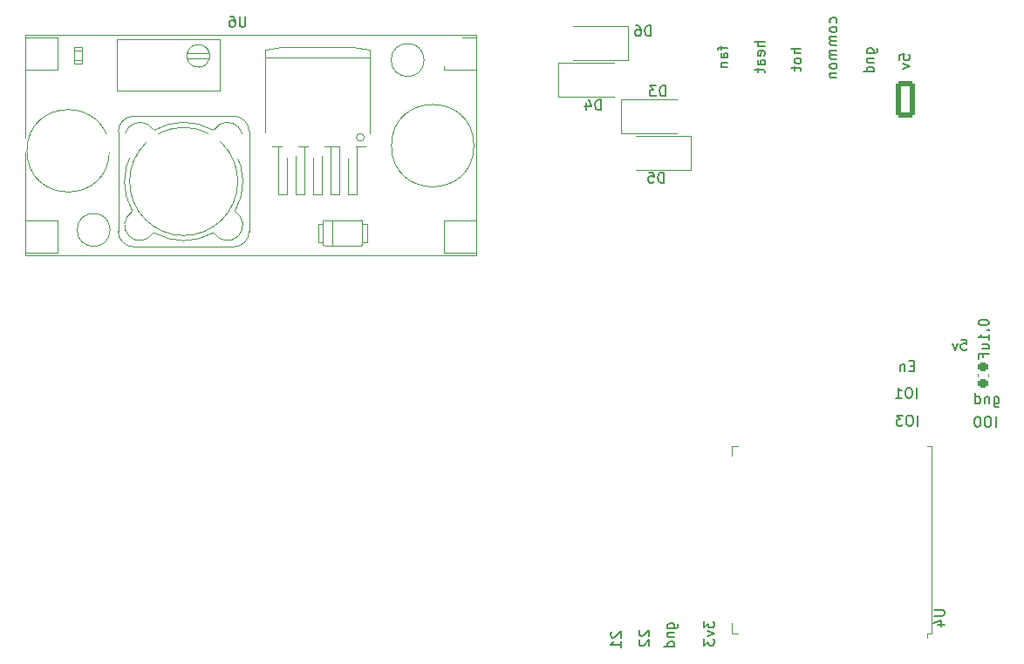
<source format=gbo>
%TF.GenerationSoftware,KiCad,Pcbnew,(6.0.0)*%
%TF.CreationDate,2022-03-13T19:16:45-04:00*%
%TF.ProjectId,esp23 i3 heat thermostat,65737032-3320-4693-9320-686561742074,rev?*%
%TF.SameCoordinates,Original*%
%TF.FileFunction,Legend,Bot*%
%TF.FilePolarity,Positive*%
%FSLAX46Y46*%
G04 Gerber Fmt 4.6, Leading zero omitted, Abs format (unit mm)*
G04 Created by KiCad (PCBNEW (6.0.0)) date 2022-03-13 19:16:45*
%MOMM*%
%LPD*%
G01*
G04 APERTURE LIST*
G04 Aperture macros list*
%AMRoundRect*
0 Rectangle with rounded corners*
0 $1 Rounding radius*
0 $2 $3 $4 $5 $6 $7 $8 $9 X,Y pos of 4 corners*
0 Add a 4 corners polygon primitive as box body*
4,1,4,$2,$3,$4,$5,$6,$7,$8,$9,$2,$3,0*
0 Add four circle primitives for the rounded corners*
1,1,$1+$1,$2,$3*
1,1,$1+$1,$4,$5*
1,1,$1+$1,$6,$7*
1,1,$1+$1,$8,$9*
0 Add four rect primitives between the rounded corners*
20,1,$1+$1,$2,$3,$4,$5,0*
20,1,$1+$1,$4,$5,$6,$7,0*
20,1,$1+$1,$6,$7,$8,$9,0*
20,1,$1+$1,$8,$9,$2,$3,0*%
G04 Aperture macros list end*
%ADD10C,0.150000*%
%ADD11C,0.120000*%
%ADD12R,1.700000X1.700000*%
%ADD13O,1.700000X1.700000*%
%ADD14R,1.524000X2.524000*%
%ADD15O,1.524000X2.524000*%
%ADD16RoundRect,0.250000X0.650000X1.550000X-0.650000X1.550000X-0.650000X-1.550000X0.650000X-1.550000X0*%
%ADD17O,1.800000X3.600000*%
%ADD18C,3.200000*%
%ADD19C,1.700000*%
%ADD20R,1.600000X1.600000*%
%ADD21O,1.600000X1.600000*%
%ADD22O,3.200000X3.200000*%
%ADD23R,1.800000X1.800000*%
%ADD24O,1.800000X1.800000*%
%ADD25C,1.600000*%
%ADD26R,2.500000X1.800000*%
%ADD27R,0.900000X2.000000*%
%ADD28R,2.000000X0.900000*%
%ADD29R,5.000000X5.000000*%
%ADD30R,2.540000X2.540000*%
%ADD31C,2.540000*%
%ADD32RoundRect,0.225000X-0.250000X0.225000X-0.250000X-0.225000X0.250000X-0.225000X0.250000X0.225000X0*%
G04 APERTURE END LIST*
D10*
X152025266Y-82427771D02*
X151691933Y-82427771D01*
X151549076Y-82951580D02*
X152025266Y-82951580D01*
X152025266Y-81951580D01*
X151549076Y-81951580D01*
X151120504Y-82284914D02*
X151120504Y-82951580D01*
X151120504Y-82380152D02*
X151072885Y-82332533D01*
X150977647Y-82284914D01*
X150834790Y-82284914D01*
X150739552Y-82332533D01*
X150691933Y-82427771D01*
X150691933Y-82951580D01*
X152282400Y-85542380D02*
X152282400Y-84542380D01*
X151615733Y-84542380D02*
X151425257Y-84542380D01*
X151330019Y-84590000D01*
X151234780Y-84685238D01*
X151187161Y-84875714D01*
X151187161Y-85209047D01*
X151234780Y-85399523D01*
X151330019Y-85494761D01*
X151425257Y-85542380D01*
X151615733Y-85542380D01*
X151710971Y-85494761D01*
X151806209Y-85399523D01*
X151853828Y-85209047D01*
X151853828Y-84875714D01*
X151806209Y-84685238D01*
X151710971Y-84590000D01*
X151615733Y-84542380D01*
X150234780Y-85542380D02*
X150806209Y-85542380D01*
X150520495Y-85542380D02*
X150520495Y-84542380D01*
X150615733Y-84685238D01*
X150710971Y-84780476D01*
X150806209Y-84828095D01*
X152358600Y-88234780D02*
X152358600Y-87234780D01*
X151691933Y-87234780D02*
X151501457Y-87234780D01*
X151406219Y-87282400D01*
X151310980Y-87377638D01*
X151263361Y-87568114D01*
X151263361Y-87901447D01*
X151310980Y-88091923D01*
X151406219Y-88187161D01*
X151501457Y-88234780D01*
X151691933Y-88234780D01*
X151787171Y-88187161D01*
X151882409Y-88091923D01*
X151930028Y-87901447D01*
X151930028Y-87568114D01*
X151882409Y-87377638D01*
X151787171Y-87282400D01*
X151691933Y-87234780D01*
X150930028Y-87234780D02*
X150310980Y-87234780D01*
X150644314Y-87615733D01*
X150501457Y-87615733D01*
X150406219Y-87663352D01*
X150358600Y-87710971D01*
X150310980Y-87806209D01*
X150310980Y-88044304D01*
X150358600Y-88139542D01*
X150406219Y-88187161D01*
X150501457Y-88234780D01*
X150787171Y-88234780D01*
X150882409Y-88187161D01*
X150930028Y-88139542D01*
X159953200Y-88361780D02*
X159953200Y-87361780D01*
X159286533Y-87361780D02*
X159096057Y-87361780D01*
X159000819Y-87409400D01*
X158905580Y-87504638D01*
X158857961Y-87695114D01*
X158857961Y-88028447D01*
X158905580Y-88218923D01*
X159000819Y-88314161D01*
X159096057Y-88361780D01*
X159286533Y-88361780D01*
X159381771Y-88314161D01*
X159477009Y-88218923D01*
X159524628Y-88028447D01*
X159524628Y-87695114D01*
X159477009Y-87504638D01*
X159381771Y-87409400D01*
X159286533Y-87361780D01*
X158238914Y-87361780D02*
X158143676Y-87361780D01*
X158048438Y-87409400D01*
X158000819Y-87457019D01*
X157953200Y-87552257D01*
X157905580Y-87742733D01*
X157905580Y-87980828D01*
X157953200Y-88171304D01*
X158000819Y-88266542D01*
X158048438Y-88314161D01*
X158143676Y-88361780D01*
X158238914Y-88361780D01*
X158334152Y-88314161D01*
X158381771Y-88266542D01*
X158429390Y-88171304D01*
X158477009Y-87980828D01*
X158477009Y-87742733D01*
X158429390Y-87552257D01*
X158381771Y-87457019D01*
X158334152Y-87409400D01*
X158238914Y-87361780D01*
X159796076Y-85434514D02*
X159796076Y-86244038D01*
X159843695Y-86339276D01*
X159891314Y-86386895D01*
X159986552Y-86434514D01*
X160129409Y-86434514D01*
X160224647Y-86386895D01*
X159796076Y-86053561D02*
X159891314Y-86101180D01*
X160081790Y-86101180D01*
X160177028Y-86053561D01*
X160224647Y-86005942D01*
X160272266Y-85910704D01*
X160272266Y-85624990D01*
X160224647Y-85529752D01*
X160177028Y-85482133D01*
X160081790Y-85434514D01*
X159891314Y-85434514D01*
X159796076Y-85482133D01*
X159319885Y-85434514D02*
X159319885Y-86101180D01*
X159319885Y-85529752D02*
X159272266Y-85482133D01*
X159177028Y-85434514D01*
X159034171Y-85434514D01*
X158938933Y-85482133D01*
X158891314Y-85577371D01*
X158891314Y-86101180D01*
X157986552Y-86101180D02*
X157986552Y-85101180D01*
X157986552Y-86053561D02*
X158081790Y-86101180D01*
X158272266Y-86101180D01*
X158367504Y-86053561D01*
X158415123Y-86005942D01*
X158462742Y-85910704D01*
X158462742Y-85624990D01*
X158415123Y-85529752D01*
X158367504Y-85482133D01*
X158272266Y-85434514D01*
X158081790Y-85434514D01*
X157986552Y-85482133D01*
X156606857Y-79868780D02*
X157083047Y-79868780D01*
X157130666Y-80344971D01*
X157083047Y-80297352D01*
X156987809Y-80249733D01*
X156749714Y-80249733D01*
X156654476Y-80297352D01*
X156606857Y-80344971D01*
X156559238Y-80440209D01*
X156559238Y-80678304D01*
X156606857Y-80773542D01*
X156654476Y-80821161D01*
X156749714Y-80868780D01*
X156987809Y-80868780D01*
X157083047Y-80821161D01*
X157130666Y-80773542D01*
X156225904Y-80202114D02*
X155987809Y-80868780D01*
X155749714Y-80202114D01*
X150607780Y-52689142D02*
X150607780Y-52212952D01*
X151083971Y-52165333D01*
X151036352Y-52212952D01*
X150988733Y-52308190D01*
X150988733Y-52546285D01*
X151036352Y-52641523D01*
X151083971Y-52689142D01*
X151179209Y-52736761D01*
X151417304Y-52736761D01*
X151512542Y-52689142D01*
X151560161Y-52641523D01*
X151607780Y-52546285D01*
X151607780Y-52308190D01*
X151560161Y-52212952D01*
X151512542Y-52165333D01*
X150941114Y-53070095D02*
X151607780Y-53308190D01*
X150941114Y-53546285D01*
X147435914Y-52039923D02*
X148245438Y-52039923D01*
X148340676Y-51992304D01*
X148388295Y-51944685D01*
X148435914Y-51849447D01*
X148435914Y-51706590D01*
X148388295Y-51611352D01*
X148054961Y-52039923D02*
X148102580Y-51944685D01*
X148102580Y-51754209D01*
X148054961Y-51658971D01*
X148007342Y-51611352D01*
X147912104Y-51563733D01*
X147626390Y-51563733D01*
X147531152Y-51611352D01*
X147483533Y-51658971D01*
X147435914Y-51754209D01*
X147435914Y-51944685D01*
X147483533Y-52039923D01*
X147435914Y-52516114D02*
X148102580Y-52516114D01*
X147531152Y-52516114D02*
X147483533Y-52563733D01*
X147435914Y-52658971D01*
X147435914Y-52801828D01*
X147483533Y-52897066D01*
X147578771Y-52944685D01*
X148102580Y-52944685D01*
X148102580Y-53849447D02*
X147102580Y-53849447D01*
X148054961Y-53849447D02*
X148102580Y-53754209D01*
X148102580Y-53563733D01*
X148054961Y-53468495D01*
X148007342Y-53420876D01*
X147912104Y-53373257D01*
X147626390Y-53373257D01*
X147531152Y-53420876D01*
X147483533Y-53468495D01*
X147435914Y-53563733D01*
X147435914Y-53754209D01*
X147483533Y-53849447D01*
X144473561Y-49084219D02*
X144521180Y-48988980D01*
X144521180Y-48798504D01*
X144473561Y-48703266D01*
X144425942Y-48655647D01*
X144330704Y-48608028D01*
X144044990Y-48608028D01*
X143949752Y-48655647D01*
X143902133Y-48703266D01*
X143854514Y-48798504D01*
X143854514Y-48988980D01*
X143902133Y-49084219D01*
X144521180Y-49655647D02*
X144473561Y-49560409D01*
X144425942Y-49512790D01*
X144330704Y-49465171D01*
X144044990Y-49465171D01*
X143949752Y-49512790D01*
X143902133Y-49560409D01*
X143854514Y-49655647D01*
X143854514Y-49798504D01*
X143902133Y-49893742D01*
X143949752Y-49941361D01*
X144044990Y-49988980D01*
X144330704Y-49988980D01*
X144425942Y-49941361D01*
X144473561Y-49893742D01*
X144521180Y-49798504D01*
X144521180Y-49655647D01*
X144521180Y-50417552D02*
X143854514Y-50417552D01*
X143949752Y-50417552D02*
X143902133Y-50465171D01*
X143854514Y-50560409D01*
X143854514Y-50703266D01*
X143902133Y-50798504D01*
X143997371Y-50846123D01*
X144521180Y-50846123D01*
X143997371Y-50846123D02*
X143902133Y-50893742D01*
X143854514Y-50988980D01*
X143854514Y-51131838D01*
X143902133Y-51227076D01*
X143997371Y-51274695D01*
X144521180Y-51274695D01*
X144521180Y-51750885D02*
X143854514Y-51750885D01*
X143949752Y-51750885D02*
X143902133Y-51798504D01*
X143854514Y-51893742D01*
X143854514Y-52036600D01*
X143902133Y-52131838D01*
X143997371Y-52179457D01*
X144521180Y-52179457D01*
X143997371Y-52179457D02*
X143902133Y-52227076D01*
X143854514Y-52322314D01*
X143854514Y-52465171D01*
X143902133Y-52560409D01*
X143997371Y-52608028D01*
X144521180Y-52608028D01*
X144521180Y-53227076D02*
X144473561Y-53131838D01*
X144425942Y-53084219D01*
X144330704Y-53036600D01*
X144044990Y-53036600D01*
X143949752Y-53084219D01*
X143902133Y-53131838D01*
X143854514Y-53227076D01*
X143854514Y-53369933D01*
X143902133Y-53465171D01*
X143949752Y-53512790D01*
X144044990Y-53560409D01*
X144330704Y-53560409D01*
X144425942Y-53512790D01*
X144473561Y-53465171D01*
X144521180Y-53369933D01*
X144521180Y-53227076D01*
X143854514Y-53988980D02*
X144521180Y-53988980D01*
X143949752Y-53988980D02*
X143902133Y-54036600D01*
X143854514Y-54131838D01*
X143854514Y-54274695D01*
X143902133Y-54369933D01*
X143997371Y-54417552D01*
X144521180Y-54417552D01*
X141066780Y-51651019D02*
X140066780Y-51651019D01*
X141066780Y-52079590D02*
X140542971Y-52079590D01*
X140447733Y-52031971D01*
X140400114Y-51936733D01*
X140400114Y-51793876D01*
X140447733Y-51698638D01*
X140495352Y-51651019D01*
X141066780Y-52698638D02*
X141019161Y-52603400D01*
X140971542Y-52555780D01*
X140876304Y-52508161D01*
X140590590Y-52508161D01*
X140495352Y-52555780D01*
X140447733Y-52603400D01*
X140400114Y-52698638D01*
X140400114Y-52841495D01*
X140447733Y-52936733D01*
X140495352Y-52984352D01*
X140590590Y-53031971D01*
X140876304Y-53031971D01*
X140971542Y-52984352D01*
X141019161Y-52936733D01*
X141066780Y-52841495D01*
X141066780Y-52698638D01*
X140400114Y-53317685D02*
X140400114Y-53698638D01*
X140066780Y-53460542D02*
X140923923Y-53460542D01*
X141019161Y-53508161D01*
X141066780Y-53603400D01*
X141066780Y-53698638D01*
X137536180Y-50968447D02*
X136536180Y-50968447D01*
X137536180Y-51397019D02*
X137012371Y-51397019D01*
X136917133Y-51349400D01*
X136869514Y-51254161D01*
X136869514Y-51111304D01*
X136917133Y-51016066D01*
X136964752Y-50968447D01*
X137488561Y-52254161D02*
X137536180Y-52158923D01*
X137536180Y-51968447D01*
X137488561Y-51873209D01*
X137393323Y-51825590D01*
X137012371Y-51825590D01*
X136917133Y-51873209D01*
X136869514Y-51968447D01*
X136869514Y-52158923D01*
X136917133Y-52254161D01*
X137012371Y-52301780D01*
X137107609Y-52301780D01*
X137202847Y-51825590D01*
X137536180Y-53158923D02*
X137012371Y-53158923D01*
X136917133Y-53111304D01*
X136869514Y-53016066D01*
X136869514Y-52825590D01*
X136917133Y-52730352D01*
X137488561Y-53158923D02*
X137536180Y-53063685D01*
X137536180Y-52825590D01*
X137488561Y-52730352D01*
X137393323Y-52682733D01*
X137298085Y-52682733D01*
X137202847Y-52730352D01*
X137155228Y-52825590D01*
X137155228Y-53063685D01*
X137107609Y-53158923D01*
X136869514Y-53492257D02*
X136869514Y-53873209D01*
X136536180Y-53635114D02*
X137393323Y-53635114D01*
X137488561Y-53682733D01*
X137536180Y-53777971D01*
X137536180Y-53873209D01*
X133288114Y-51355761D02*
X133288114Y-51736714D01*
X133954780Y-51498619D02*
X133097638Y-51498619D01*
X133002400Y-51546238D01*
X132954780Y-51641476D01*
X132954780Y-51736714D01*
X133954780Y-52498619D02*
X133430971Y-52498619D01*
X133335733Y-52451000D01*
X133288114Y-52355761D01*
X133288114Y-52165285D01*
X133335733Y-52070047D01*
X133907161Y-52498619D02*
X133954780Y-52403380D01*
X133954780Y-52165285D01*
X133907161Y-52070047D01*
X133811923Y-52022428D01*
X133716685Y-52022428D01*
X133621447Y-52070047D01*
X133573828Y-52165285D01*
X133573828Y-52403380D01*
X133526209Y-52498619D01*
X133288114Y-52974809D02*
X133954780Y-52974809D01*
X133383352Y-52974809D02*
X133335733Y-53022428D01*
X133288114Y-53117666D01*
X133288114Y-53260523D01*
X133335733Y-53355761D01*
X133430971Y-53403380D01*
X133954780Y-53403380D01*
X122661419Y-108254895D02*
X122613800Y-108302514D01*
X122566180Y-108397752D01*
X122566180Y-108635847D01*
X122613800Y-108731085D01*
X122661419Y-108778704D01*
X122756657Y-108826323D01*
X122851895Y-108826323D01*
X122994752Y-108778704D01*
X123566180Y-108207276D01*
X123566180Y-108826323D01*
X123566180Y-109778704D02*
X123566180Y-109207276D01*
X123566180Y-109492990D02*
X122566180Y-109492990D01*
X122709038Y-109397752D01*
X122804276Y-109302514D01*
X122851895Y-109207276D01*
X125430019Y-108102495D02*
X125382400Y-108150114D01*
X125334780Y-108245352D01*
X125334780Y-108483447D01*
X125382400Y-108578685D01*
X125430019Y-108626304D01*
X125525257Y-108673923D01*
X125620495Y-108673923D01*
X125763352Y-108626304D01*
X126334780Y-108054876D01*
X126334780Y-108673923D01*
X125430019Y-109054876D02*
X125382400Y-109102495D01*
X125334780Y-109197733D01*
X125334780Y-109435828D01*
X125382400Y-109531066D01*
X125430019Y-109578685D01*
X125525257Y-109626304D01*
X125620495Y-109626304D01*
X125763352Y-109578685D01*
X126334780Y-109007257D01*
X126334780Y-109626304D01*
X128106514Y-107894523D02*
X128916038Y-107894523D01*
X129011276Y-107846904D01*
X129058895Y-107799285D01*
X129106514Y-107704047D01*
X129106514Y-107561190D01*
X129058895Y-107465952D01*
X128725561Y-107894523D02*
X128773180Y-107799285D01*
X128773180Y-107608809D01*
X128725561Y-107513571D01*
X128677942Y-107465952D01*
X128582704Y-107418333D01*
X128296990Y-107418333D01*
X128201752Y-107465952D01*
X128154133Y-107513571D01*
X128106514Y-107608809D01*
X128106514Y-107799285D01*
X128154133Y-107894523D01*
X128106514Y-108370714D02*
X128773180Y-108370714D01*
X128201752Y-108370714D02*
X128154133Y-108418333D01*
X128106514Y-108513571D01*
X128106514Y-108656428D01*
X128154133Y-108751666D01*
X128249371Y-108799285D01*
X128773180Y-108799285D01*
X128773180Y-109704047D02*
X127773180Y-109704047D01*
X128725561Y-109704047D02*
X128773180Y-109608809D01*
X128773180Y-109418333D01*
X128725561Y-109323095D01*
X128677942Y-109275476D01*
X128582704Y-109227857D01*
X128296990Y-109227857D01*
X128201752Y-109275476D01*
X128154133Y-109323095D01*
X128106514Y-109418333D01*
X128106514Y-109608809D01*
X128154133Y-109704047D01*
X131633980Y-107242123D02*
X131633980Y-107861171D01*
X132014933Y-107527838D01*
X132014933Y-107670695D01*
X132062552Y-107765933D01*
X132110171Y-107813552D01*
X132205409Y-107861171D01*
X132443504Y-107861171D01*
X132538742Y-107813552D01*
X132586361Y-107765933D01*
X132633980Y-107670695D01*
X132633980Y-107384980D01*
X132586361Y-107289742D01*
X132538742Y-107242123D01*
X131967314Y-108194504D02*
X132633980Y-108432600D01*
X131967314Y-108670695D01*
X131633980Y-108956409D02*
X131633980Y-109575457D01*
X132014933Y-109242123D01*
X132014933Y-109384980D01*
X132062552Y-109480219D01*
X132110171Y-109527838D01*
X132205409Y-109575457D01*
X132443504Y-109575457D01*
X132538742Y-109527838D01*
X132586361Y-109480219D01*
X132633980Y-109384980D01*
X132633980Y-109099266D01*
X132586361Y-109004028D01*
X132538742Y-108956409D01*
%TO.C,D3*%
X127890495Y-56205380D02*
X127890495Y-55205380D01*
X127652400Y-55205380D01*
X127509542Y-55253000D01*
X127414304Y-55348238D01*
X127366685Y-55443476D01*
X127319066Y-55633952D01*
X127319066Y-55776809D01*
X127366685Y-55967285D01*
X127414304Y-56062523D01*
X127509542Y-56157761D01*
X127652400Y-56205380D01*
X127890495Y-56205380D01*
X126985733Y-55205380D02*
X126366685Y-55205380D01*
X126700019Y-55586333D01*
X126557161Y-55586333D01*
X126461923Y-55633952D01*
X126414304Y-55681571D01*
X126366685Y-55776809D01*
X126366685Y-56014904D01*
X126414304Y-56110142D01*
X126461923Y-56157761D01*
X126557161Y-56205380D01*
X126842876Y-56205380D01*
X126938114Y-56157761D01*
X126985733Y-56110142D01*
%TO.C,D6*%
X126468095Y-50363380D02*
X126468095Y-49363380D01*
X126230000Y-49363380D01*
X126087142Y-49411000D01*
X125991904Y-49506238D01*
X125944285Y-49601476D01*
X125896666Y-49791952D01*
X125896666Y-49934809D01*
X125944285Y-50125285D01*
X125991904Y-50220523D01*
X126087142Y-50315761D01*
X126230000Y-50363380D01*
X126468095Y-50363380D01*
X125039523Y-49363380D02*
X125230000Y-49363380D01*
X125325238Y-49411000D01*
X125372857Y-49458619D01*
X125468095Y-49601476D01*
X125515714Y-49791952D01*
X125515714Y-50172904D01*
X125468095Y-50268142D01*
X125420476Y-50315761D01*
X125325238Y-50363380D01*
X125134761Y-50363380D01*
X125039523Y-50315761D01*
X124991904Y-50268142D01*
X124944285Y-50172904D01*
X124944285Y-49934809D01*
X124991904Y-49839571D01*
X125039523Y-49791952D01*
X125134761Y-49744333D01*
X125325238Y-49744333D01*
X125420476Y-49791952D01*
X125468095Y-49839571D01*
X125515714Y-49934809D01*
%TO.C,D5*%
X127738095Y-64612780D02*
X127738095Y-63612780D01*
X127500000Y-63612780D01*
X127357142Y-63660400D01*
X127261904Y-63755638D01*
X127214285Y-63850876D01*
X127166666Y-64041352D01*
X127166666Y-64184209D01*
X127214285Y-64374685D01*
X127261904Y-64469923D01*
X127357142Y-64565161D01*
X127500000Y-64612780D01*
X127738095Y-64612780D01*
X126261904Y-63612780D02*
X126738095Y-63612780D01*
X126785714Y-64088971D01*
X126738095Y-64041352D01*
X126642857Y-63993733D01*
X126404761Y-63993733D01*
X126309523Y-64041352D01*
X126261904Y-64088971D01*
X126214285Y-64184209D01*
X126214285Y-64422304D01*
X126261904Y-64517542D01*
X126309523Y-64565161D01*
X126404761Y-64612780D01*
X126642857Y-64612780D01*
X126738095Y-64565161D01*
X126785714Y-64517542D01*
%TO.C,U4*%
X153970380Y-106132095D02*
X154779904Y-106132095D01*
X154875142Y-106179714D01*
X154922761Y-106227333D01*
X154970380Y-106322571D01*
X154970380Y-106513047D01*
X154922761Y-106608285D01*
X154875142Y-106655904D01*
X154779904Y-106703523D01*
X153970380Y-106703523D01*
X154303714Y-107608285D02*
X154970380Y-107608285D01*
X153922761Y-107370190D02*
X154637047Y-107132095D01*
X154637047Y-107751142D01*
%TO.C,D4*%
X121642095Y-57562380D02*
X121642095Y-56562380D01*
X121404000Y-56562380D01*
X121261142Y-56610000D01*
X121165904Y-56705238D01*
X121118285Y-56800476D01*
X121070666Y-56990952D01*
X121070666Y-57133809D01*
X121118285Y-57324285D01*
X121165904Y-57419523D01*
X121261142Y-57514761D01*
X121404000Y-57562380D01*
X121642095Y-57562380D01*
X120213523Y-56895714D02*
X120213523Y-57562380D01*
X120451619Y-56514761D02*
X120689714Y-57229047D01*
X120070666Y-57229047D01*
%TO.C,U6*%
X87121904Y-48474380D02*
X87121904Y-49283904D01*
X87074285Y-49379142D01*
X87026666Y-49426761D01*
X86931428Y-49474380D01*
X86740952Y-49474380D01*
X86645714Y-49426761D01*
X86598095Y-49379142D01*
X86550476Y-49283904D01*
X86550476Y-48474380D01*
X85645714Y-48474380D02*
X85836190Y-48474380D01*
X85931428Y-48522000D01*
X85979047Y-48569619D01*
X86074285Y-48712476D01*
X86121904Y-48902952D01*
X86121904Y-49283904D01*
X86074285Y-49379142D01*
X86026666Y-49426761D01*
X85931428Y-49474380D01*
X85740952Y-49474380D01*
X85645714Y-49426761D01*
X85598095Y-49379142D01*
X85550476Y-49283904D01*
X85550476Y-49045809D01*
X85598095Y-48950571D01*
X85645714Y-48902952D01*
X85740952Y-48855333D01*
X85931428Y-48855333D01*
X86026666Y-48902952D01*
X86074285Y-48950571D01*
X86121904Y-49045809D01*
%TO.C,C7*%
X158278580Y-78163942D02*
X158278580Y-78259180D01*
X158326200Y-78354419D01*
X158373819Y-78402038D01*
X158469057Y-78449657D01*
X158659533Y-78497276D01*
X158897628Y-78497276D01*
X159088104Y-78449657D01*
X159183342Y-78402038D01*
X159230961Y-78354419D01*
X159278580Y-78259180D01*
X159278580Y-78163942D01*
X159230961Y-78068704D01*
X159183342Y-78021085D01*
X159088104Y-77973466D01*
X158897628Y-77925847D01*
X158659533Y-77925847D01*
X158469057Y-77973466D01*
X158373819Y-78021085D01*
X158326200Y-78068704D01*
X158278580Y-78163942D01*
X159183342Y-78925847D02*
X159230961Y-78973466D01*
X159278580Y-78925847D01*
X159230961Y-78878228D01*
X159183342Y-78925847D01*
X159278580Y-78925847D01*
X159278580Y-79925847D02*
X159278580Y-79354419D01*
X159278580Y-79640133D02*
X158278580Y-79640133D01*
X158421438Y-79544895D01*
X158516676Y-79449657D01*
X158564295Y-79354419D01*
X158611914Y-80782990D02*
X159278580Y-80782990D01*
X158611914Y-80354419D02*
X159135723Y-80354419D01*
X159230961Y-80402038D01*
X159278580Y-80497276D01*
X159278580Y-80640133D01*
X159230961Y-80735371D01*
X159183342Y-80782990D01*
X158754771Y-81592514D02*
X158754771Y-81259180D01*
X159278580Y-81259180D02*
X158278580Y-81259180D01*
X158278580Y-81735371D01*
D11*
%TO.C,D3*%
X123600000Y-56516000D02*
X129000000Y-56516000D01*
X123600000Y-59816000D02*
X129000000Y-59816000D01*
X123600000Y-59816000D02*
X123600000Y-56516000D01*
%TO.C,D6*%
X124304000Y-49404000D02*
X124304000Y-52704000D01*
X124304000Y-52704000D02*
X118904000Y-52704000D01*
X124304000Y-49404000D02*
X118904000Y-49404000D01*
%TO.C,D5*%
X130400000Y-60072000D02*
X130400000Y-63372000D01*
X130400000Y-63372000D02*
X125000000Y-63372000D01*
X130400000Y-60072000D02*
X125000000Y-60072000D01*
%TO.C,U4*%
X134298000Y-108434000D02*
X134298000Y-107434000D01*
X153738000Y-90194000D02*
X153318000Y-90194000D01*
X134918000Y-90194000D02*
X134298000Y-90194000D01*
X153738000Y-108434000D02*
X153738000Y-90194000D01*
X153318000Y-108434000D02*
X153318000Y-108814000D01*
X153738000Y-108434000D02*
X153318000Y-108434000D01*
X134298000Y-90194000D02*
X134298000Y-91194000D01*
X134918000Y-108434000D02*
X134298000Y-108434000D01*
%TO.C,D4*%
X117504000Y-56260000D02*
X122904000Y-56260000D01*
X117504000Y-56260000D02*
X117504000Y-52960000D01*
X117504000Y-52960000D02*
X122904000Y-52960000D01*
%TO.C,U6*%
X83601406Y-52077294D02*
X83625853Y-52072062D01*
X109500000Y-68270000D02*
X106370000Y-68270000D01*
X81510986Y-52052295D02*
X83589447Y-52052295D01*
X98468364Y-70653217D02*
X98468364Y-68353217D01*
X70501319Y-51450296D02*
X71301319Y-51450296D01*
X109500000Y-53645000D02*
X106370000Y-53650000D01*
X68890000Y-53650000D02*
X68890000Y-50490000D01*
X83601406Y-52077294D02*
X83589447Y-52052295D01*
X95538642Y-68353217D02*
X95538642Y-70653217D01*
X95399767Y-65766670D02*
X95399767Y-61136670D01*
X91139767Y-65766670D02*
X91139767Y-61136670D01*
X76091022Y-50701295D02*
X76135894Y-50701295D01*
X91999767Y-65766670D02*
X91999767Y-61136670D01*
X106370000Y-53340000D02*
X106370000Y-53650000D01*
X65755000Y-71685000D02*
X65755000Y-50235000D01*
X94218364Y-70378217D02*
X94668364Y-70378217D01*
X92839767Y-65766670D02*
X91999767Y-65766670D01*
X89117330Y-61136670D02*
X89039767Y-61059106D01*
X74700217Y-55702294D02*
X84600217Y-55702294D01*
X76282603Y-58155796D02*
X85982603Y-58155796D01*
X70501319Y-53050295D02*
X71301319Y-53050295D01*
X83589447Y-52552294D02*
X81510986Y-52552294D01*
X99199767Y-61059106D02*
X99199767Y-51707610D01*
X94768364Y-70753217D02*
X98368364Y-70753217D01*
X109500000Y-71430000D02*
X106370000Y-71430000D01*
X109505000Y-71685000D02*
X65755000Y-71685000D01*
X99199767Y-51707610D02*
X97549767Y-51416671D01*
X97099767Y-65766670D02*
X97099767Y-61136670D01*
X68890000Y-68270000D02*
X65775000Y-68270000D01*
X83613615Y-52020900D02*
X83589447Y-52052295D01*
X76007688Y-50701295D02*
X76041643Y-50701295D01*
X98918364Y-70378217D02*
X98918364Y-68628217D01*
X96239767Y-65766670D02*
X96239767Y-61136670D01*
X83601406Y-52077294D02*
X83594236Y-52046075D01*
X90689767Y-51416671D02*
X89039767Y-51707610D01*
X74650217Y-50752295D02*
X74650217Y-55652294D01*
X109500000Y-50490000D02*
X108200000Y-50490000D01*
X68890000Y-71430000D02*
X68890000Y-68270000D01*
X87482603Y-59655796D02*
X87482603Y-69355796D01*
X70501319Y-52730295D02*
X71301319Y-52730295D01*
X97549767Y-51416671D02*
X90689767Y-51416671D01*
X94667364Y-68864696D02*
X94667364Y-68770144D01*
X91139767Y-65766670D02*
X90299767Y-65766670D01*
X90299767Y-65766670D02*
X90299767Y-61136670D01*
X94668364Y-68353217D02*
X94668364Y-70653217D01*
X99200767Y-53074149D02*
X99200767Y-53235687D01*
X84600217Y-50702295D02*
X74700217Y-50702295D01*
X99199767Y-61059106D02*
X99122203Y-61136670D01*
X89039767Y-61059106D02*
X89039767Y-51707610D01*
X106370000Y-68270000D02*
X106370000Y-71430000D01*
X94668364Y-68628217D02*
X94218364Y-68628217D01*
X99122203Y-61136670D02*
X89117330Y-61136670D01*
X96239767Y-65766670D02*
X95399767Y-65766670D01*
X84650217Y-55652294D02*
X84650217Y-50752295D01*
X98468364Y-70378217D02*
X98918364Y-70378217D01*
X68890000Y-50490000D02*
X65775000Y-50490000D01*
X65755000Y-50235000D02*
X109505000Y-50235000D01*
X98918364Y-68628217D02*
X98468364Y-68628217D01*
X93699767Y-65766670D02*
X93699767Y-61136670D01*
X71301319Y-51770296D02*
X70501319Y-51770296D01*
X94539767Y-65766670D02*
X94539767Y-61136670D01*
X68890000Y-53650000D02*
X65730000Y-53650000D01*
X92839767Y-65766670D02*
X92839767Y-61136670D01*
X94539767Y-65766670D02*
X93699767Y-65766670D01*
X97939767Y-65766670D02*
X97099767Y-65766670D01*
X70501319Y-51450296D02*
X70501319Y-53050295D01*
X74782603Y-69355796D02*
X74782603Y-59655796D01*
X68890000Y-71430000D02*
X65775000Y-71430000D01*
X71301319Y-53050295D02*
X71301319Y-51450296D01*
X97939767Y-65766670D02*
X97939767Y-61136670D01*
X85982603Y-70855796D02*
X76282603Y-70855796D01*
X89039767Y-52496670D02*
X99199767Y-52496670D01*
X98368364Y-68253217D02*
X94768364Y-68253217D01*
X109505000Y-50235000D02*
X109505000Y-71685000D01*
X94218364Y-68628217D02*
X94218364Y-70378217D01*
X83968217Y-59503617D02*
G75*
G03*
X84102389Y-59469531I49315J86994D01*
G01*
X78162817Y-59469531D02*
G75*
G03*
X78296989Y-59503617I84857J52908D01*
G01*
X87482603Y-59655796D02*
G75*
G03*
X85982603Y-58155796I-1500001J-1D01*
G01*
X83625852Y-52532527D02*
G75*
G03*
X83613615Y-52583690I-1075637J230222D01*
G01*
X76130424Y-61670184D02*
G75*
G03*
X76096338Y-61536011I-86994J49316D01*
G01*
X78296989Y-69507976D02*
G75*
G03*
X83968217Y-69507976I2835614J5002180D01*
G01*
X84102389Y-69542062D02*
G75*
G03*
X83968217Y-69507976I-84857J-52908D01*
G01*
X86134782Y-67341410D02*
G75*
G03*
X86134782Y-61670183I-5002178J2835613D01*
G01*
X84650217Y-50752295D02*
G75*
G03*
X84600217Y-50702295I-50001J-1D01*
G01*
X76096338Y-67475582D02*
G75*
G03*
X78162817Y-69542062I793624J-1272856D01*
G01*
X98368364Y-70753217D02*
G75*
G03*
X98468364Y-70653217I1J99999D01*
G01*
X86168868Y-61536011D02*
G75*
G03*
X84102389Y-59469531I-793624J1272856D01*
G01*
X78162817Y-59469531D02*
G75*
G03*
X76096338Y-61536011I-1272856J-793624D01*
G01*
X74650217Y-55652294D02*
G75*
G03*
X74700217Y-55702294I50001J1D01*
G01*
X94768364Y-68253217D02*
G75*
G03*
X94668364Y-68353217I-1J-99999D01*
G01*
X94668364Y-70653217D02*
G75*
G03*
X94768364Y-70753217I99999J-1D01*
G01*
X86168869Y-61536010D02*
G75*
G03*
X86134782Y-61670183I52907J-84858D01*
G01*
X84102389Y-69542062D02*
G75*
G03*
X86168868Y-67475582I1272856J793624D01*
G01*
X78296989Y-69507976D02*
G75*
G03*
X78162817Y-69542062I-49315J-86994D01*
G01*
X98468364Y-68353217D02*
G75*
G03*
X98368364Y-68253217I-99999J1D01*
G01*
X84600217Y-55702294D02*
G75*
G03*
X84650217Y-55652294I-1J50001D01*
G01*
X85982603Y-70855796D02*
G75*
G03*
X87482603Y-69355796I-1J1500001D01*
G01*
X86134782Y-67341409D02*
G75*
G03*
X86168868Y-67475582I86994J-49316D01*
G01*
X76282603Y-58155796D02*
G75*
G03*
X74782603Y-59655796I1J-1500001D01*
G01*
X76096337Y-67475583D02*
G75*
G03*
X76130424Y-67341410I-52907J84858D01*
G01*
X74782603Y-69355796D02*
G75*
G03*
X76282603Y-70855796I1500001J1D01*
G01*
X76130424Y-61670183D02*
G75*
G03*
X76130424Y-67341410I5002178J-2835614D01*
G01*
X83968216Y-59503617D02*
G75*
G03*
X78296989Y-59503617I-2835614J-5002178D01*
G01*
X74700217Y-50702295D02*
G75*
G03*
X74650217Y-50752295I1J-50001D01*
G01*
X104468999Y-52705000D02*
G75*
G03*
X104468999Y-52705000I-1598999J0D01*
G01*
X98651821Y-60224594D02*
G75*
G03*
X98651821Y-60224594I-375000J0D01*
G01*
X73920693Y-61525206D02*
G75*
G03*
X73920693Y-61525206I-4000000J0D01*
G01*
X73989000Y-69215000D02*
G75*
G03*
X73989000Y-69215000I-1599000J0D01*
G01*
X86382603Y-64505796D02*
G75*
G03*
X86382603Y-64505796I-5250000J0D01*
G01*
X109303334Y-61027418D02*
G75*
G03*
X109303334Y-61027418I-4000000J0D01*
G01*
%TO.C,C7*%
X158240000Y-83171420D02*
X158240000Y-83452580D01*
X159260000Y-83171420D02*
X159260000Y-83452580D01*
%TD*%
%LPC*%
D12*
%TO.C,J2*%
X130800000Y-111252000D03*
D13*
X128260000Y-111252000D03*
X125720000Y-111252000D03*
X123180000Y-111252000D03*
%TD*%
D14*
%TO.C,LED7*%
X97100000Y-76240000D03*
D15*
X99640000Y-76240000D03*
X102180000Y-76240000D03*
X104720000Y-76240000D03*
X107260000Y-76240000D03*
X107260000Y-61000000D03*
X104720000Y-61000000D03*
X102180000Y-61000000D03*
X99640000Y-61000000D03*
X97100000Y-61000000D03*
%TD*%
D16*
%TO.C,J1*%
X151189000Y-56526500D03*
D17*
X147689000Y-56526500D03*
X144189000Y-56526500D03*
X140689000Y-56526500D03*
X137189000Y-56526500D03*
X133689000Y-56526500D03*
%TD*%
D18*
%TO.C,REF\u002A\u002A*%
X53594000Y-51562000D03*
%TD*%
D19*
%TO.C,SW4*%
X115500000Y-59550000D03*
X122000000Y-59550000D03*
X115500000Y-64050000D03*
X122000000Y-64050000D03*
%TD*%
D20*
%TO.C,U2*%
X129550000Y-74437000D03*
D21*
X129550000Y-76977000D03*
X129550000Y-79517000D03*
X137170000Y-79517000D03*
X137170000Y-76977000D03*
X137170000Y-74437000D03*
%TD*%
D22*
%TO.C,Q2*%
X156704000Y-75692000D03*
D23*
X145604000Y-73152000D03*
D24*
X145604000Y-75692000D03*
X145604000Y-78232000D03*
%TD*%
D22*
%TO.C,Q1*%
X156704000Y-67056000D03*
D23*
X145604000Y-64516000D03*
D24*
X145604000Y-67056000D03*
X145604000Y-69596000D03*
%TD*%
D14*
%TO.C,LED6*%
X83900000Y-103240000D03*
D15*
X86440000Y-103240000D03*
X88980000Y-103240000D03*
X91520000Y-103240000D03*
X94060000Y-103240000D03*
X94060000Y-88000000D03*
X91520000Y-88000000D03*
X88980000Y-88000000D03*
X86440000Y-88000000D03*
X83900000Y-88000000D03*
%TD*%
D20*
%TO.C,U3*%
X140218000Y-81803000D03*
D21*
X140218000Y-84343000D03*
X140218000Y-86883000D03*
X147838000Y-86883000D03*
X147838000Y-84343000D03*
X147838000Y-81803000D03*
%TD*%
D14*
%TO.C,LED8*%
X97100000Y-103240000D03*
D15*
X99640000Y-103240000D03*
X102180000Y-103240000D03*
X104720000Y-103240000D03*
X107260000Y-103240000D03*
X107260000Y-88000000D03*
X104720000Y-88000000D03*
X102180000Y-88000000D03*
X99640000Y-88000000D03*
X97100000Y-88000000D03*
%TD*%
D14*
%TO.C,LED1*%
X57500000Y-76240000D03*
D15*
X60040000Y-76240000D03*
X62580000Y-76240000D03*
X65120000Y-76240000D03*
X67660000Y-76240000D03*
X67660000Y-61000000D03*
X65120000Y-61000000D03*
X62580000Y-61000000D03*
X60040000Y-61000000D03*
X57500000Y-61000000D03*
%TD*%
D14*
%TO.C,LED3*%
X70700000Y-76240000D03*
D15*
X73240000Y-76240000D03*
X75780000Y-76240000D03*
X78320000Y-76240000D03*
X80860000Y-76240000D03*
X80860000Y-61000000D03*
X78320000Y-61000000D03*
X75780000Y-61000000D03*
X73240000Y-61000000D03*
X70700000Y-61000000D03*
%TD*%
D19*
%TO.C,SW2*%
X131500000Y-66380000D03*
X138000000Y-66380000D03*
X131500000Y-70880000D03*
X138000000Y-70880000D03*
%TD*%
D14*
%TO.C,LED5*%
X83900000Y-76240000D03*
D15*
X86440000Y-76240000D03*
X88980000Y-76240000D03*
X91520000Y-76240000D03*
X94060000Y-76240000D03*
X94060000Y-61000000D03*
X91520000Y-61000000D03*
X88980000Y-61000000D03*
X86440000Y-61000000D03*
X83900000Y-61000000D03*
%TD*%
D18*
%TO.C,REF\u002A\u002A*%
X157480000Y-109474000D03*
%TD*%
D14*
%TO.C,LED2*%
X57500000Y-103240000D03*
D15*
X60040000Y-103240000D03*
X62580000Y-103240000D03*
X65120000Y-103240000D03*
X67660000Y-103240000D03*
X67660000Y-88000000D03*
X65120000Y-88000000D03*
X62580000Y-88000000D03*
X60040000Y-88000000D03*
X57500000Y-88000000D03*
%TD*%
D14*
%TO.C,LED4*%
X70700000Y-103240000D03*
D15*
X73240000Y-103240000D03*
X75780000Y-103240000D03*
X78320000Y-103240000D03*
X80860000Y-103240000D03*
X80860000Y-88000000D03*
X78320000Y-88000000D03*
X75780000Y-88000000D03*
X73240000Y-88000000D03*
X70700000Y-88000000D03*
%TD*%
D18*
%TO.C,REF\u002A\u002A*%
X157480000Y-51562000D03*
%TD*%
D19*
%TO.C,SW3*%
X115500000Y-73200000D03*
X122000000Y-73200000D03*
X115500000Y-77700000D03*
X122000000Y-77700000D03*
%TD*%
D18*
%TO.C,REF\u002A\u002A*%
X53594000Y-109474000D03*
%TD*%
D25*
%TO.C,C5*%
X115316000Y-52763395D03*
D20*
X115316000Y-55263395D03*
%TD*%
D19*
%TO.C,SW5*%
X115500000Y-86945000D03*
X122000000Y-86945000D03*
X115500000Y-91445000D03*
X122000000Y-91445000D03*
%TD*%
D12*
%TO.C,J4*%
X153862000Y-82311000D03*
D13*
X156402000Y-82311000D03*
X153862000Y-84851000D03*
X156402000Y-84851000D03*
X153862000Y-87391000D03*
X156402000Y-87391000D03*
%TD*%
D20*
%TO.C,C6*%
X134559113Y-85598000D03*
D25*
X132559113Y-85598000D03*
%TD*%
D26*
%TO.C,D3*%
X125000000Y-58166000D03*
X129000000Y-58166000D03*
%TD*%
%TO.C,D6*%
X122904000Y-51054000D03*
X118904000Y-51054000D03*
%TD*%
%TO.C,D5*%
X129000000Y-61722000D03*
X125000000Y-61722000D03*
%TD*%
D27*
%TO.C,U4*%
X152273000Y-107814000D03*
X151003000Y-107814000D03*
X149733000Y-107814000D03*
X148463000Y-107814000D03*
X147193000Y-107814000D03*
X145923000Y-107814000D03*
X144653000Y-107814000D03*
X143383000Y-107814000D03*
X142113000Y-107814000D03*
X140843000Y-107814000D03*
X139573000Y-107814000D03*
X138303000Y-107814000D03*
X137033000Y-107814000D03*
X135763000Y-107814000D03*
D28*
X134763000Y-105029000D03*
X134763000Y-103759000D03*
X134763000Y-102489000D03*
X134763000Y-101219000D03*
X134763000Y-99949000D03*
X134763000Y-98679000D03*
X134763000Y-97409000D03*
X134763000Y-96139000D03*
X134763000Y-94869000D03*
X134763000Y-93599000D03*
D27*
X135763000Y-90814000D03*
X137033000Y-90814000D03*
X138303000Y-90814000D03*
X139573000Y-90814000D03*
X140843000Y-90814000D03*
X142113000Y-90814000D03*
X143383000Y-90814000D03*
X144653000Y-90814000D03*
X145923000Y-90814000D03*
X147193000Y-90814000D03*
X148463000Y-90814000D03*
X149733000Y-90814000D03*
X151003000Y-90814000D03*
X152273000Y-90814000D03*
D29*
X144773000Y-100314000D03*
%TD*%
D26*
%TO.C,D4*%
X118904000Y-54610000D03*
X122904000Y-54610000D03*
%TD*%
D30*
%TO.C,U6*%
X107950000Y-52070000D03*
D31*
X107950000Y-69850000D03*
X67310000Y-69850000D03*
X67310000Y-52070000D03*
%TD*%
D32*
%TO.C,C7*%
X158750000Y-84087000D03*
X158750000Y-82537000D03*
%TD*%
M02*

</source>
